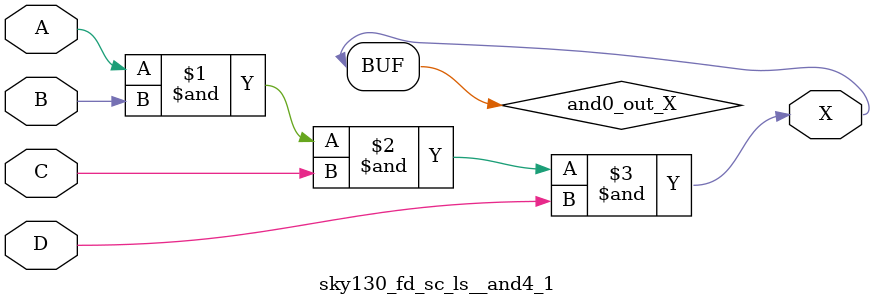
<source format=v>
/*
 * Copyright 2020 The SkyWater PDK Authors
 *
 * Licensed under the Apache License, Version 2.0 (the "License");
 * you may not use this file except in compliance with the License.
 * You may obtain a copy of the License at
 *
 *     https://www.apache.org/licenses/LICENSE-2.0
 *
 * Unless required by applicable law or agreed to in writing, software
 * distributed under the License is distributed on an "AS IS" BASIS,
 * WITHOUT WARRANTIES OR CONDITIONS OF ANY KIND, either express or implied.
 * See the License for the specific language governing permissions and
 * limitations under the License.
 *
 * SPDX-License-Identifier: Apache-2.0
*/


`ifndef SKY130_FD_SC_LS__AND4_1_FUNCTIONAL_V
`define SKY130_FD_SC_LS__AND4_1_FUNCTIONAL_V

/**
 * and4: 4-input AND.
 *
 * Verilog simulation functional model.
 */

`timescale 1ns / 1ps
`default_nettype none

`celldefine
module sky130_fd_sc_ls__and4_1 (
    X,
    A,
    B,
    C,
    D
);

    // Module ports
    output X;
    input  A;
    input  B;
    input  C;
    input  D;

    // Local signals
    wire and0_out_X;

    //  Name  Output      Other arguments
    and and0 (and0_out_X, A, B, C, D     );
    buf buf0 (X         , and0_out_X     );

endmodule
`endcelldefine

`default_nettype wire
`endif  // SKY130_FD_SC_LS__AND4_1_FUNCTIONAL_V

</source>
